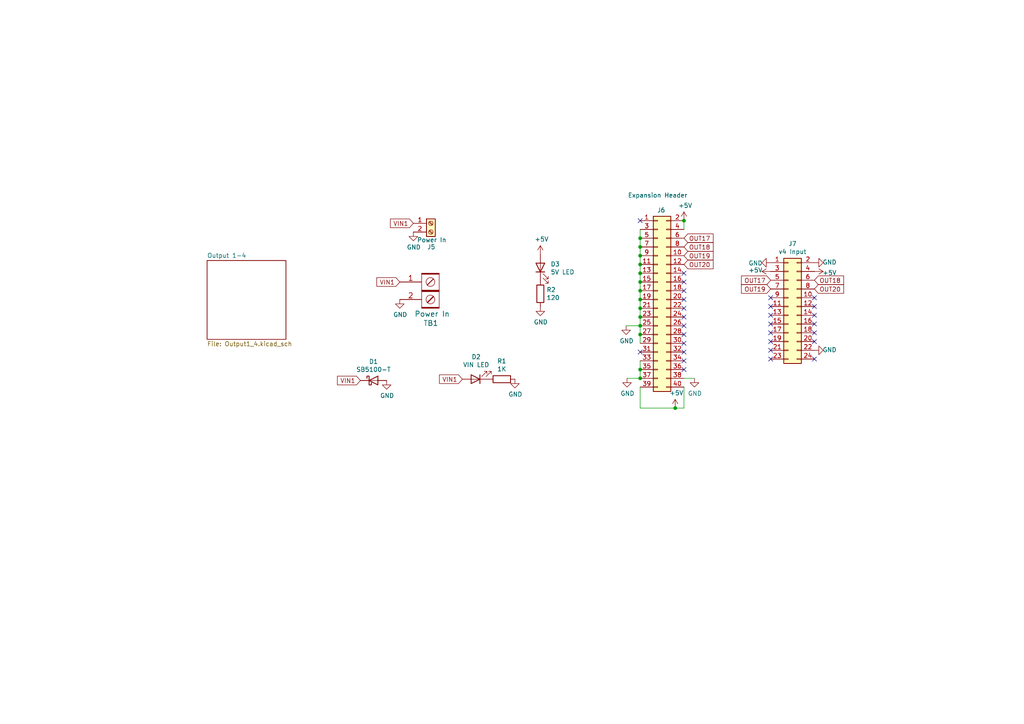
<source format=kicad_sch>
(kicad_sch (version 20211123) (generator eeschema)
  (paper "A4")
  (title_block (title "Four Out") (date "2022-01-07") (rev "v4") (company "Scott Hanson"))
  (lib_symbols
    (symbol "Barrier_Blocks:BARRIER_BLOCK_1ROW_2POS" (pin_names (offset 1.016) hide)
      (property "Reference" "TB" (at 0.127 -6.731 0))
      (property "Value" "BARRIER_BLOCK_1ROW_2POS" (at 0.254 6.35 0))
      (symbol "BARRIER_BLOCK_1ROW_2POS_0_1"
        (rectangle (start -2.54 5.08) (end 2.54 -5.08))
        (circle (center 0 -2.54) (radius 1.27))
        (polyline (pts (xy -2.54 -4.699) (xy -2.54 -5.08) (xy 2.54 -5.08) (xy 2.54 -4.699)) (fill (type outline)))
        (polyline (pts (xy -2.54 0.254) (xy -2.54 -0.254) (xy 2.54 -0.254) (xy 2.54 0.254)) (fill (type outline)))
        (polyline (pts (xy -2.54 4.699) (xy -2.54 5.08) (xy 2.54 5.08) (xy 2.54 4.699)) (fill (type outline)))
        (polyline (pts (xy -0.8382 -3.5052) (xy -0.9652 -3.3782) (xy 0.8128 -1.6002) (xy 0.9652 -1.7018) (xy -0.8382 -3.5052)) (fill (type outline)))
        (polyline (pts (xy -0.8382 1.5748) (xy -0.9652 1.6764) (xy -0.0508 2.5908) (xy 0.8382 3.4798) (xy 0.9652 3.3528) (xy 0.9652 3.3528)) (fill (type outline)))
        (circle (center 0 2.54) (radius 1.27))
      )
      (symbol "BARRIER_BLOCK_1ROW_2POS_1_1"
        (pin passive line (at -8.89 2.54 0) (length 6.35) (name "P1") (number "1"))
        (pin passive line (at -8.89 -2.54 0) (length 6.35) (name "P2") (number "2"))
      )
    )
    (symbol "Connector:Screw_Terminal_01x02" (pin_names (offset 1.016) hide)
      (property "Reference" "J" (at 0 2.54 0))
      (property "Value" "Screw_Terminal_01x02" (at 0 -5.08 0))
      (symbol "Screw_Terminal_01x02_1_1"
        (rectangle (start -1.27 1.27) (end 1.27 -3.81) (stroke (width 0.254)) (fill (type background)))
        (circle (center 0 -2.54) (radius 0.635) (stroke (width 0.1524)))
        (polyline (pts (xy -0.5334 -2.2098) (xy 0.3302 -3.048)) (stroke (width 0.1524)))
        (polyline (pts (xy -0.5334 0.3302) (xy 0.3302 -0.508)) (stroke (width 0.1524)))
        (polyline (pts (xy -0.3556 -2.032) (xy 0.508 -2.8702)) (stroke (width 0.1524)))
        (polyline (pts (xy -0.3556 0.508) (xy 0.508 -0.3302)) (stroke (width 0.1524)))
        (circle (center 0 0) (radius 0.635) (stroke (width 0.1524)))
        (pin passive line (at -5.08 0 0) (length 3.81) (name "Pin_1") (number "1"))
        (pin passive line (at -5.08 -2.54 0) (length 3.81) (name "Pin_2") (number "2"))
      )
    )
    (symbol "Connector_Generic:Conn_02x12_Odd_Even" (pin_names (offset 1.016) hide)
      (property "Reference" "J" (at 1.27 15.24 0))
      (property "Value" "Conn_02x12_Odd_Even" (at 1.27 -17.78 0))
      (symbol "Conn_02x12_Odd_Even_1_1"
        (rectangle (start -1.27 -15.113) (end 0 -15.367) (stroke (width 0.1524)))
        (rectangle (start -1.27 -12.573) (end 0 -12.827) (stroke (width 0.1524)))
        (rectangle (start -1.27 -10.033) (end 0 -10.287) (stroke (width 0.1524)))
        (rectangle (start -1.27 -7.493) (end 0 -7.747) (stroke (width 0.1524)))
        (rectangle (start -1.27 -4.953) (end 0 -5.207) (stroke (width 0.1524)))
        (rectangle (start -1.27 -2.413) (end 0 -2.667) (stroke (width 0.1524)))
        (rectangle (start -1.27 0.127) (end 0 -0.127) (stroke (width 0.1524)))
        (rectangle (start -1.27 2.667) (end 0 2.413) (stroke (width 0.1524)))
        (rectangle (start -1.27 5.207) (end 0 4.953) (stroke (width 0.1524)))
        (rectangle (start -1.27 7.747) (end 0 7.493) (stroke (width 0.1524)))
        (rectangle (start -1.27 10.287) (end 0 10.033) (stroke (width 0.1524)))
        (rectangle (start -1.27 12.827) (end 0 12.573) (stroke (width 0.1524)))
        (rectangle (start -1.27 13.97) (end 3.81 -16.51) (stroke (width 0.254)) (fill (type background)))
        (rectangle (start 3.81 -15.113) (end 2.54 -15.367) (stroke (width 0.1524)))
        (rectangle (start 3.81 -12.573) (end 2.54 -12.827) (stroke (width 0.1524)))
        (rectangle (start 3.81 -10.033) (end 2.54 -10.287) (stroke (width 0.1524)))
        (rectangle (start 3.81 -7.493) (end 2.54 -7.747) (stroke (width 0.1524)))
        (rectangle (start 3.81 -4.953) (end 2.54 -5.207) (stroke (width 0.1524)))
        (rectangle (start 3.81 -2.413) (end 2.54 -2.667) (stroke (width 0.1524)))
        (rectangle (start 3.81 0.127) (end 2.54 -0.127) (stroke (width 0.1524)))
        (rectangle (start 3.81 2.667) (end 2.54 2.413) (stroke (width 0.1524)))
        (rectangle (start 3.81 5.207) (end 2.54 4.953) (stroke (width 0.1524)))
        (rectangle (start 3.81 7.747) (end 2.54 7.493) (stroke (width 0.1524)))
        (rectangle (start 3.81 10.287) (end 2.54 10.033) (stroke (width 0.1524)))
        (rectangle (start 3.81 12.827) (end 2.54 12.573) (stroke (width 0.1524)))
        (pin passive line (at -5.08 12.7 0) (length 3.81) (name "Pin_1") (number "1"))
        (pin passive line (at 7.62 2.54 180) (length 3.81) (name "Pin_10") (number "10"))
        (pin passive line (at -5.08 0 0) (length 3.81) (name "Pin_11") (number "11"))
        (pin passive line (at 7.62 0 180) (length 3.81) (name "Pin_12") (number "12"))
        (pin passive line (at -5.08 -2.54 0) (length 3.81) (name "Pin_13") (number "13"))
        (pin passive line (at 7.62 -2.54 180) (length 3.81) (name "Pin_14") (number "14"))
        (pin passive line (at -5.08 -5.08 0) (length 3.81) (name "Pin_15") (number "15"))
        (pin passive line (at 7.62 -5.08 180) (length 3.81) (name "Pin_16") (number "16"))
        (pin passive line (at -5.08 -7.62 0) (length 3.81) (name "Pin_17") (number "17"))
        (pin passive line (at 7.62 -7.62 180) (length 3.81) (name "Pin_18") (number "18"))
        (pin passive line (at -5.08 -10.16 0) (length 3.81) (name "Pin_19") (number "19"))
        (pin passive line (at 7.62 12.7 180) (length 3.81) (name "Pin_2") (number "2"))
        (pin passive line (at 7.62 -10.16 180) (length 3.81) (name "Pin_20") (number "20"))
        (pin passive line (at -5.08 -12.7 0) (length 3.81) (name "Pin_21") (number "21"))
        (pin passive line (at 7.62 -12.7 180) (length 3.81) (name "Pin_22") (number "22"))
        (pin passive line (at -5.08 -15.24 0) (length 3.81) (name "Pin_23") (number "23"))
        (pin passive line (at 7.62 -15.24 180) (length 3.81) (name "Pin_24") (number "24"))
        (pin passive line (at -5.08 10.16 0) (length 3.81) (name "Pin_3") (number "3"))
        (pin passive line (at 7.62 10.16 180) (length 3.81) (name "Pin_4") (number "4"))
        (pin passive line (at -5.08 7.62 0) (length 3.81) (name "Pin_5") (number "5"))
        (pin passive line (at 7.62 7.62 180) (length 3.81) (name "Pin_6") (number "6"))
        (pin passive line (at -5.08 5.08 0) (length 3.81) (name "Pin_7") (number "7"))
        (pin passive line (at 7.62 5.08 180) (length 3.81) (name "Pin_8") (number "8"))
        (pin passive line (at -5.08 2.54 0) (length 3.81) (name "Pin_9") (number "9"))
      )
    )
    (symbol "Connector_Generic:Conn_02x20_Odd_Even" (pin_names (offset 1.016) hide)
      (property "Reference" "J" (at 1.27 25.4 0))
      (property "Value" "Conn_02x20_Odd_Even" (at 1.27 -27.94 0))
      (symbol "Conn_02x20_Odd_Even_1_1"
        (rectangle (start -1.27 -25.273) (end 0 -25.527) (stroke (width 0.1524)))
        (rectangle (start -1.27 -22.733) (end 0 -22.987) (stroke (width 0.1524)))
        (rectangle (start -1.27 -20.193) (end 0 -20.447) (stroke (width 0.1524)))
        (rectangle (start -1.27 -17.653) (end 0 -17.907) (stroke (width 0.1524)))
        (rectangle (start -1.27 -15.113) (end 0 -15.367) (stroke (width 0.1524)))
        (rectangle (start -1.27 -12.573) (end 0 -12.827) (stroke (width 0.1524)))
        (rectangle (start -1.27 -10.033) (end 0 -10.287) (stroke (width 0.1524)))
        (rectangle (start -1.27 -7.493) (end 0 -7.747) (stroke (width 0.1524)))
        (rectangle (start -1.27 -4.953) (end 0 -5.207) (stroke (width 0.1524)))
        (rectangle (start -1.27 -2.413) (end 0 -2.667) (stroke (width 0.1524)))
        (rectangle (start -1.27 0.127) (end 0 -0.127) (stroke (width 0.1524)))
        (rectangle (start -1.27 2.667) (end 0 2.413) (stroke (width 0.1524)))
        (rectangle (start -1.27 5.207) (end 0 4.953) (stroke (width 0.1524)))
        (rectangle (start -1.27 7.747) (end 0 7.493) (stroke (width 0.1524)))
        (rectangle (start -1.27 10.287) (end 0 10.033) (stroke (width 0.1524)))
        (rectangle (start -1.27 12.827) (end 0 12.573) (stroke (width 0.1524)))
        (rectangle (start -1.27 15.367) (end 0 15.113) (stroke (width 0.1524)))
        (rectangle (start -1.27 17.907) (end 0 17.653) (stroke (width 0.1524)))
        (rectangle (start -1.27 20.447) (end 0 20.193) (stroke (width 0.1524)))
        (rectangle (start -1.27 22.987) (end 0 22.733) (stroke (width 0.1524)))
        (rectangle (start -1.27 24.13) (end 3.81 -26.67) (stroke (width 0.254)) (fill (type background)))
        (rectangle (start 3.81 -25.273) (end 2.54 -25.527) (stroke (width 0.1524)))
        (rectangle (start 3.81 -22.733) (end 2.54 -22.987) (stroke (width 0.1524)))
        (rectangle (start 3.81 -20.193) (end 2.54 -20.447) (stroke (width 0.1524)))
        (rectangle (start 3.81 -17.653) (end 2.54 -17.907) (stroke (width 0.1524)))
        (rectangle (start 3.81 -15.113) (end 2.54 -15.367) (stroke (width 0.1524)))
        (rectangle (start 3.81 -12.573) (end 2.54 -12.827) (stroke (width 0.1524)))
        (rectangle (start 3.81 -10.033) (end 2.54 -10.287) (stroke (width 0.1524)))
        (rectangle (start 3.81 -7.493) (end 2.54 -7.747) (stroke (width 0.1524)))
        (rectangle (start 3.81 -4.953) (end 2.54 -5.207) (stroke (width 0.1524)))
        (rectangle (start 3.81 -2.413) (end 2.54 -2.667) (stroke (width 0.1524)))
        (rectangle (start 3.81 0.127) (end 2.54 -0.127) (stroke (width 0.1524)))
        (rectangle (start 3.81 2.667) (end 2.54 2.413) (stroke (width 0.1524)))
        (rectangle (start 3.81 5.207) (end 2.54 4.953) (stroke (width 0.1524)))
        (rectangle (start 3.81 7.747) (end 2.54 7.493) (stroke (width 0.1524)))
        (rectangle (start 3.81 10.287) (end 2.54 10.033) (stroke (width 0.1524)))
        (rectangle (start 3.81 12.827) (end 2.54 12.573) (stroke (width 0.1524)))
        (rectangle (start 3.81 15.367) (end 2.54 15.113) (stroke (width 0.1524)))
        (rectangle (start 3.81 17.907) (end 2.54 17.653) (stroke (width 0.1524)))
        (rectangle (start 3.81 20.447) (end 2.54 20.193) (stroke (width 0.1524)))
        (rectangle (start 3.81 22.987) (end 2.54 22.733) (stroke (width 0.1524)))
        (pin passive line (at -5.08 22.86 0) (length 3.81) (name "Pin_1") (number "1"))
        (pin passive line (at 7.62 12.7 180) (length 3.81) (name "Pin_10") (number "10"))
        (pin passive line (at -5.08 10.16 0) (length 3.81) (name "Pin_11") (number "11"))
        (pin passive line (at 7.62 10.16 180) (length 3.81) (name "Pin_12") (number "12"))
        (pin passive line (at -5.08 7.62 0) (length 3.81) (name "Pin_13") (number "13"))
        (pin passive line (at 7.62 7.62 180) (length 3.81) (name "Pin_14") (number "14"))
        (pin passive line (at -5.08 5.08 0) (length 3.81) (name "Pin_15") (number "15"))
        (pin passive line (at 7.62 5.08 180) (length 3.81) (name "Pin_16") (number "16"))
        (pin passive line (at -5.08 2.54 0) (length 3.81) (name "Pin_17") (number "17"))
        (pin passive line (at 7.62 2.54 180) (length 3.81) (name "Pin_18") (number "18"))
        (pin passive line (at -5.08 0 0) (length 3.81) (name "Pin_19") (number "19"))
        (pin passive line (at 7.62 22.86 180) (length 3.81) (name "Pin_2") (number "2"))
        (pin passive line (at 7.62 0 180) (length 3.81) (name "Pin_20") (number "20"))
        (pin passive line (at -5.08 -2.54 0) (length 3.81) (name "Pin_21") (number "21"))
        (pin passive line (at 7.62 -2.54 180) (length 3.81) (name "Pin_22") (number "22"))
        (pin passive line (at -5.08 -5.08 0) (length 3.81) (name "Pin_23") (number "23"))
        (pin passive line (at 7.62 -5.08 180) (length 3.81) (name "Pin_24") (number "24"))
        (pin passive line (at -5.08 -7.62 0) (length 3.81) (name "Pin_25") (number "25"))
        (pin passive line (at 7.62 -7.62 180) (length 3.81) (name "Pin_26") (number "26"))
        (pin passive line (at -5.08 -10.16 0) (length 3.81) (name "Pin_27") (number "27"))
        (pin passive line (at 7.62 -10.16 180) (length 3.81) (name "Pin_28") (number "28"))
        (pin passive line (at -5.08 -12.7 0) (length 3.81) (name "Pin_29") (number "29"))
        (pin passive line (at -5.08 20.32 0) (length 3.81) (name "Pin_3") (number "3"))
        (pin passive line (at 7.62 -12.7 180) (length 3.81) (name "Pin_30") (number "30"))
        (pin passive line (at -5.08 -15.24 0) (length 3.81) (name "Pin_31") (number "31"))
        (pin passive line (at 7.62 -15.24 180) (length 3.81) (name "Pin_32") (number "32"))
        (pin passive line (at -5.08 -17.78 0) (length 3.81) (name "Pin_33") (number "33"))
        (pin passive line (at 7.62 -17.78 180) (length 3.81) (name "Pin_34") (number "34"))
        (pin passive line (at -5.08 -20.32 0) (length 3.81) (name "Pin_35") (number "35"))
        (pin passive line (at 7.62 -20.32 180) (length 3.81) (name "Pin_36") (number "36"))
        (pin passive line (at -5.08 -22.86 0) (length 3.81) (name "Pin_37") (number "37"))
        (pin passive line (at 7.62 -22.86 180) (length 3.81) (name "Pin_38") (number "38"))
        (pin passive line (at -5.08 -25.4 0) (length 3.81) (name "Pin_39") (number "39"))
        (pin passive line (at 7.62 20.32 180) (length 3.81) (name "Pin_4") (number "4"))
        (pin passive line (at 7.62 -25.4 180) (length 3.81) (name "Pin_40") (number "40"))
        (pin passive line (at -5.08 17.78 0) (length 3.81) (name "Pin_5") (number "5"))
        (pin passive line (at 7.62 17.78 180) (length 3.81) (name "Pin_6") (number "6"))
        (pin passive line (at -5.08 15.24 0) (length 3.81) (name "Pin_7") (number "7"))
        (pin passive line (at 7.62 15.24 180) (length 3.81) (name "Pin_8") (number "8"))
        (pin passive line (at -5.08 12.7 0) (length 3.81) (name "Pin_9") (number "9"))
      )
    )
    (symbol "Device:D_Schottky" (pin_numbers hide) (pin_names (offset 1.016) hide)
      (property "Reference" "D" (at 0 2.54 0))
      (property "Value" "D_Schottky" (at 0 -2.54 0))
      (symbol "D_Schottky_0_1"
        (polyline (pts (xy 1.27 0) (xy -1.27 0)))
        (polyline (pts (xy 1.27 1.27) (xy 1.27 -1.27) (xy -1.27 0) (xy 1.27 1.27)) (stroke (width 0.254)))
        (polyline (pts (xy -1.905 0.635) (xy -1.905 1.27) (xy -1.27 1.27) (xy -1.27 -1.27) (xy -0.635 -1.27) (xy -0.635 -0.635)) (stroke (width 0.254)))
      )
      (symbol "D_Schottky_1_1"
        (pin passive line (at -3.81 0 0) (length 2.54) (name "K") (number "1"))
        (pin passive line (at 3.81 0 180) (length 2.54) (name "A") (number "2"))
      )
    )
    (symbol "Device:LED" (pin_numbers hide) (pin_names (offset 1.016) hide)
      (property "Reference" "D" (at 0 2.54 0))
      (property "Value" "LED" (at 0 -2.54 0))
      (symbol "LED_0_1"
        (polyline (pts (xy -1.27 -1.27) (xy -1.27 1.27)) (stroke (width 0.254)))
        (polyline (pts (xy -1.27 0) (xy 1.27 0)))
        (polyline (pts (xy 1.27 -1.27) (xy 1.27 1.27) (xy -1.27 0) (xy 1.27 -1.27)) (stroke (width 0.254)))
        (polyline (pts (xy -3.048 -0.762) (xy -4.572 -2.286) (xy -3.81 -2.286) (xy -4.572 -2.286) (xy -4.572 -1.524)))
        (polyline (pts (xy -1.778 -0.762) (xy -3.302 -2.286) (xy -2.54 -2.286) (xy -3.302 -2.286) (xy -3.302 -1.524)))
      )
      (symbol "LED_1_1"
        (pin passive line (at -3.81 0 0) (length 2.54) (name "K") (number "1"))
        (pin passive line (at 3.81 0 180) (length 2.54) (name "A") (number "2"))
      )
    )
    (symbol "Device:R" (pin_numbers hide) (pin_names (offset 0))
      (property "Reference" "R" (at 2.032 0 90))
      (property "Value" "R" (at 0 0 90))
      (symbol "R_0_1"
        (rectangle (start -1.016 -2.54) (end 1.016 2.54) (stroke (width 0.254)))
      )
      (symbol "R_1_1"
        (pin passive line (at 0 3.81 270) (length 1.27) (name "~") (number "1"))
        (pin passive line (at 0 -3.81 90) (length 1.27) (name "~") (number "2"))
      )
    )
    (symbol "power:+5V" (power) (pin_names (offset 0))
      (property "Value" "+5V" (at 0 3.556 0))
      (symbol "+5V_0_1"
        (polyline (pts (xy -0.762 1.27) (xy 0 2.54)))
        (polyline (pts (xy 0 0) (xy 0 2.54)))
        (polyline (pts (xy 0 2.54) (xy 0.762 1.27)))
      )
      (symbol "+5V_1_1"
        (pin power_in line (at 0 0 90) (length 0) hide (name "+5V") (number "1"))
      )
    )
    (symbol "power:GND" (power) (pin_names (offset 0))
      (property "Value" "GND" (at 0 -3.81 0))
      (symbol "GND_0_1"
        (polyline (pts (xy 0 0) (xy 0 -1.27) (xy 1.27 -1.27) (xy 0 -2.54) (xy -1.27 -1.27) (xy 0 -1.27)))
      )
      (symbol "GND_1_1"
        (pin power_in line (at 0 0 270) (length 0) hide (name "GND") (number "1"))
      )
    )
  )
  (junction (at 185.674 74.168))
  (junction (at 185.674 76.708))
  (junction (at 185.674 109.728))
  (junction (at 185.674 86.868))
  (junction (at 185.674 71.628))
  (junction (at 185.674 81.788))
  (junction (at 185.674 107.188))
  (junction (at 185.674 84.328))
  (junction (at 195.834 118.364))
  (junction (at 185.674 97.028))
  (junction (at 185.674 94.488))
  (junction (at 198.374 64.008))
  (junction (at 185.674 69.088))
  (junction (at 185.674 91.948))
  (junction (at 185.674 79.248))
  (junction (at 185.674 89.408))
  (no_connect (at 236.22 88.9))
  (no_connect (at 223.52 104.14))
  (no_connect (at 223.52 91.44))
  (no_connect (at 198.374 84.328))
  (no_connect (at 223.52 93.98))
  (no_connect (at 223.52 86.36))
  (no_connect (at 223.52 96.52))
  (no_connect (at 236.22 104.14))
  (no_connect (at 198.374 94.488))
  (no_connect (at 198.374 86.868))
  (no_connect (at 236.22 96.52))
  (no_connect (at 236.22 93.98))
  (no_connect (at 236.22 99.06))
  (no_connect (at 198.374 104.648))
  (no_connect (at 198.374 81.788))
  (no_connect (at 185.674 64.008))
  (no_connect (at 198.374 79.248))
  (no_connect (at 223.52 101.6))
  (no_connect (at 185.674 102.108))
  (no_connect (at 198.374 97.028))
  (no_connect (at 198.374 102.108))
  (no_connect (at 198.374 89.408))
  (no_connect (at 223.52 99.06))
  (no_connect (at 236.22 86.36))
  (no_connect (at 198.374 99.568))
  (no_connect (at 236.22 91.44))
  (no_connect (at 198.374 91.948))
  (no_connect (at 198.374 107.188))
  (no_connect (at 223.52 88.9))
  (wire (pts (xy 185.674 86.868) (xy 185.674 89.408)))
  (wire (pts (xy 185.674 74.168) (xy 185.674 76.708)))
  (wire (pts (xy 198.374 112.268) (xy 198.374 118.364)))
  (wire (pts (xy 185.674 94.488) (xy 181.61 94.488)))
  (wire (pts (xy 198.374 118.364) (xy 195.834 118.364)))
  (wire (pts (xy 198.374 109.728) (xy 201.422 109.728)))
  (wire (pts (xy 198.374 64.008) (xy 198.374 66.548)))
  (wire (pts (xy 185.674 97.028) (xy 185.674 99.568)))
  (wire (pts (xy 185.674 107.188) (xy 185.674 109.728)))
  (wire (pts (xy 185.674 81.788) (xy 185.674 84.328)))
  (wire (pts (xy 195.834 118.364) (xy 185.674 118.364)))
  (wire (pts (xy 185.674 94.488) (xy 185.674 97.028)))
  (wire (pts (xy 185.674 79.248) (xy 185.674 81.788)))
  (wire (pts (xy 185.674 109.728) (xy 181.864 109.728)))
  (wire (pts (xy 185.674 66.548) (xy 185.674 69.088)))
  (wire (pts (xy 185.674 76.708) (xy 185.674 79.248)))
  (wire (pts (xy 185.674 112.268) (xy 185.674 118.364)))
  (wire (pts (xy 185.674 69.088) (xy 185.674 71.628)))
  (wire (pts (xy 185.674 71.628) (xy 185.674 74.168)))
  (wire (pts (xy 185.674 89.408) (xy 185.674 91.948)))
  (wire (pts (xy 185.674 84.328) (xy 185.674 86.868)))
  (wire (pts (xy 185.674 91.948) (xy 185.674 94.488)))
  (wire (pts (xy 185.674 104.648) (xy 185.674 107.188)))
  (global_label "OUT17" (shape input) (at 198.374 69.088 0) (property "Intersheet References" "${INTERSHEET_REFS}" (effects hide)))
  (global_label "OUT19" (shape input) (at 198.374 74.168 0) (property "Intersheet References" "${INTERSHEET_REFS}" (effects hide)))
  (global_label "OUT20" (shape input) (at 198.374 76.708 0) (property "Intersheet References" "${INTERSHEET_REFS}" (effects hide)))
  (global_label "VIN1" (shape input) (at 134.112 109.982 180) (property "Intersheet References" "${INTERSHEET_REFS}" (effects hide)))
  (global_label "VIN1" (shape input) (at 104.521 110.363 180) (property "Intersheet References" "${INTERSHEET_REFS}" (effects hide)))
  (global_label "VIN1" (shape input) (at 119.888 64.77 180) (property "Intersheet References" "${INTERSHEET_REFS}" (effects hide)))
  (global_label "OUT17" (shape input) (at 223.52 81.28 180) (property "Intersheet References" "${INTERSHEET_REFS}" (effects hide)))
  (global_label "OUT18" (shape input) (at 236.22 81.28 0) (property "Intersheet References" "${INTERSHEET_REFS}" (effects hide)))
  (global_label "OUT19" (shape input) (at 223.52 83.82 180) (property "Intersheet References" "${INTERSHEET_REFS}" (effects hide)))
  (global_label "OUT20" (shape input) (at 236.22 83.82 0) (property "Intersheet References" "${INTERSHEET_REFS}" (effects hide)))
  (global_label "VIN1" (shape input) (at 115.951 81.788 180) (property "Intersheet References" "${INTERSHEET_REFS}" (effects hide)))
  (global_label "OUT18" (shape input) (at 198.374 71.628 0) (property "Intersheet References" "${INTERSHEET_REFS}" (effects hide)))
  (symbol (lib_id "Device:D_Schottky") (at 108.331 110.363 0) (unit 1)
    (property "Reference" "D1" (at 108.331 104.8766 0))
    (property "Value" "SB5100-T" (at 108.331 107.188 0))
    (property "Footprint" "Diode_THT:D_DO-201AD_P12.70mm_Horizontal" (effects hide))
    (property "Digi-Key_PN" "SB5100DICT-ND" (effects hide))
    (property "MPN" "SB5100-T" (effects hide))
  )
  (symbol (lib_id "Connector_Generic:Conn_02x20_Odd_Even") (at 190.754 86.868 0) (unit 1)
    (property "Reference" "J6" (at 191.77 60.96 0))
    (property "Value" "Expansion Header" (at 190.754 56.642 0))
    (property "Footprint" "Connector_IDC:IDC-Header_2x20_P2.54mm_Vertical" (effects hide))
    (property "Digi-Key_PN" "S9175-ND" (effects hide))
    (property "MPN" "SBH11-PBPC-D20-ST-BK" (effects hide))
  )
  (symbol (lib_id "power:GND") (at 181.864 109.728 0) (unit 1)
    (property "Reference" "#PWR07" (effects hide))
    (property "Value" "GND" (at 181.991 114.1222 0))
  )
  (symbol (lib_id "power:GND") (at 112.141 110.363 0) (unit 1)
    (property "Reference" "#PWR02" (effects hide))
    (property "Value" "GND" (at 112.268 114.7572 0))
  )
  (symbol (lib_id "power:GND") (at 201.422 109.728 0) (unit 1)
    (property "Reference" "#PWR010" (effects hide))
    (property "Value" "GND" (at 201.549 114.1222 0))
  )
  (symbol (lib_id "power:+5V") (at 195.834 118.364 0) (unit 1)
    (property "Reference" "#PWR08" (effects hide))
    (property "Value" "+5V" (at 196.215 113.9698 0))
  )
  (symbol (lib_id "power:+5V") (at 198.374 64.008 0) (unit 1)
    (property "Reference" "#PWR09" (effects hide))
    (property "Value" "+5V" (at 198.755 59.6138 0))
  )
  (symbol (lib_id "power:GND") (at 181.61 94.488 0) (unit 1)
    (property "Reference" "#PWR06" (effects hide))
    (property "Value" "GND" (at 181.737 98.8822 0))
  )
  (symbol (lib_id "Device:LED") (at 137.922 109.982 180) (unit 1)
    (property "Reference" "D2" (at 138.0998 103.505 0))
    (property "Value" "VIN LED" (at 138.0998 105.8164 0))
    (property "Footprint" "LED_THT:LED_D3.0mm_Clear" (effects hide))
    (property "Digi-Key_PN" "754-1217-ND" (effects hide))
    (property "MPN" "WP3A8GD" (effects hide))
  )
  (symbol (lib_id "Device:R") (at 145.542 109.982 270) (unit 1)
    (property "Reference" "R1" (at 145.542 104.7242 90))
    (property "Value" "1K" (at 145.542 107.0356 90))
    (property "Footprint" "Resistor_THT:R_Axial_DIN0207_L6.3mm_D2.5mm_P7.62mm_Horizontal" (effects hide))
    (property "Digi-Key_PN" "CF14JT1K00CT-ND" (effects hide))
    (property "MPN" "CF14JT1K00" (effects hide))
  )
  (symbol (lib_id "power:GND") (at 149.352 109.982 0) (unit 1)
    (property "Reference" "#PWR03" (effects hide))
    (property "Value" "GND" (at 149.479 114.3762 0))
  )
  (symbol (lib_id "Device:R") (at 156.718 85.217 180) (unit 1)
    (property "Reference" "R2" (at 158.496 84.0486 0) (effects (justify right)))
    (property "Value" "120" (at 158.496 86.36 0) (effects (justify right)))
    (property "Footprint" "Resistor_THT:R_Axial_DIN0207_L6.3mm_D2.5mm_P7.62mm_Horizontal" (effects hide))
    (property "Digi-Key_PN" "CF14JT120RCT-ND" (effects hide))
    (property "MPN" "CF14JT120R" (effects hide))
  )
  (symbol (lib_id "Device:LED") (at 156.718 77.597 90) (unit 1)
    (property "Reference" "D3" (at 159.6898 76.6064 90) (effects (justify right)))
    (property "Value" "5V LED" (at 159.6898 78.9178 90) (effects (justify right)))
    (property "Footprint" "LED_THT:LED_D3.0mm_Clear" (effects hide))
    (property "Digi-Key_PN" "754-1217-ND" (effects hide))
    (property "MPN" "WP3A8GD" (effects hide))
  )
  (symbol (lib_id "power:+5V") (at 156.718 73.787 0) (unit 1)
    (property "Reference" "#PWR04" (effects hide))
    (property "Value" "+5V" (at 157.099 69.3928 0))
  )
  (symbol (lib_id "power:GND") (at 156.718 89.027 0) (unit 1)
    (property "Reference" "#PWR05" (effects hide))
    (property "Value" "GND" (at 156.845 93.4212 0))
  )
  (symbol (lib_id "Barrier_Blocks:BARRIER_BLOCK_1ROW_2POS") (at 124.841 84.328 0) (unit 1)
    (property "Reference" "TB1" (at 124.968 93.726 0) (effects (font (size 1.524 1.524))))
    (property "Value" "Power In" (at 125.349 91.059 0) (effects (font (size 1.524 1.524))))
    (property "Footprint" "Barrier_Blocks:BARRIER_BLOCK_1ROW_2POS" (effects hide))
  )
  (symbol (lib_id "power:GND") (at 115.951 86.868 0) (unit 1)
    (property "Reference" "#PWR0107" (effects hide))
    (property "Value" "GND" (at 116.078 91.2622 0))
  )
  (symbol (lib_id "Connector:Screw_Terminal_01x02") (at 124.968 64.77 0) (unit 1)
    (property "Reference" "J5" (at 125.095 71.628 0))
    (property "Value" "Power In" (at 125.222 69.596 0))
    (property "Footprint" "TerminalBlock_MetzConnect:TerminalBlock_MetzConnect_Type701_RT11L02HGLU_1x02_P6.35mm_Horizontal" (effects hide))
    (property "Digi-Key_PN" "ED2675-ND" (effects hide))
  )
  (symbol (lib_id "power:GND") (at 119.888 67.31 0) (unit 1)
    (property "Reference" "#PWR01" (effects hide))
    (property "Value" "GND" (at 120.015 71.7042 0))
  )
  (symbol (lib_id "Connector_Generic:Conn_02x12_Odd_Even") (at 228.6 88.9 0) (unit 1)
    (property "Reference" "J7" (at 229.87 70.6882 0))
    (property "Value" "v4 Input" (at 229.87 72.9996 0))
    (property "Footprint" "302-S241:OST_302-S241" (effects hide))
    (property "Digi-Key_PN" "ED10525-ND" (effects hide))
    (property "MPN" "302-S241" (effects hide))
  )
  (symbol (lib_id "power:+5V") (at 236.22 78.74 270) (unit 1)
    (property "Reference" "#PWR0108" (effects hide))
    (property "Value" "+5V" (at 240.6142 79.121 90))
  )
  (symbol (lib_id "power:+5V") (at 223.52 78.74 90) (unit 1)
    (property "Reference" "#PWR0109" (effects hide))
    (property "Value" "+5V" (at 219.1258 78.359 90))
  )
  (symbol (lib_id "power:GND") (at 236.22 76.2 90) (unit 1)
    (property "Reference" "#PWR0110" (effects hide))
    (property "Value" "GND" (at 240.6142 76.073 90))
  )
  (symbol (lib_id "power:GND") (at 223.52 76.2 270) (unit 1)
    (property "Reference" "#PWR0111" (effects hide))
    (property "Value" "GND" (at 219.1258 76.327 90))
  )
  (symbol (lib_id "power:GND") (at 236.22 101.6 90) (unit 1)
    (property "Reference" "#PWR0112" (effects hide))
    (property "Value" "GND" (at 240.6142 101.473 90))
  )
  (sheet (at 60.071 75.565) (size 22.86 22.86)
    (property "Sheet name" "Output 1-4" (at 60.071 74.8534 0) (effects (justify left bottom)))
    (property "Sheet file" "Output1_4.kicad_sch" (at 60.071 99.0096 0) (effects (justify left top)))
  )
)
</source>
